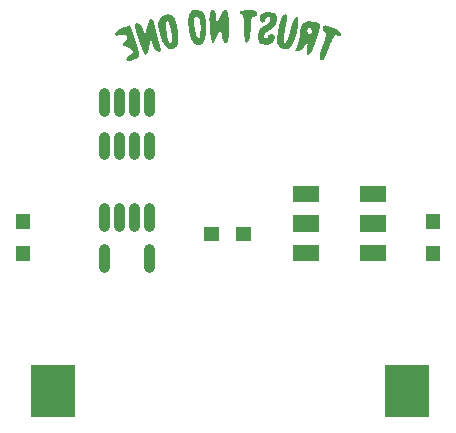
<source format=gbs>
G04 Layer: BottomSolderMaskLayer*
G04 EasyEDA v6.4.7, 2020-11-14T21:45:58--5:00*
G04 4beb7541176d43e18d54f8e2082e3679,79d071017cc24593b82b416037a8e878,10*
G04 Gerber Generator version 0.2*
G04 Scale: 100 percent, Rotated: No, Reflected: No *
G04 Dimensions in millimeters *
G04 leading zeros omitted , absolute positions ,3 integer and 3 decimal *
%FSLAX33Y33*%
%MOMM*%
G90*
D02*

%ADD19C,0.903199*%

%LPD*%

%LPD*%
G36*
G01X25138Y44726D02*
G01X25042Y44726D01*
G01X24942Y44725D01*
G01X24847Y44720D01*
G01X24756Y44712D01*
G01X24671Y44701D01*
G01X24592Y44688D01*
G01X24521Y44673D01*
G01X24458Y44655D01*
G01X24405Y44635D01*
G01X24362Y44614D01*
G01X24331Y44591D01*
G01X24311Y44567D01*
G01X24304Y44542D01*
G01X24318Y44470D01*
G01X24358Y44411D01*
G01X24417Y44372D01*
G01X24489Y44357D01*
G01X24504Y44353D01*
G01X24519Y44342D01*
G01X24534Y44323D01*
G01X24548Y44297D01*
G01X24561Y44265D01*
G01X24575Y44226D01*
G01X24587Y44181D01*
G01X24598Y44129D01*
G01X24610Y44073D01*
G01X24620Y44011D01*
G01X24629Y43944D01*
G01X24638Y43872D01*
G01X24646Y43795D01*
G01X24653Y43714D01*
G01X24659Y43630D01*
G01X24664Y43542D01*
G01X24668Y43450D01*
G01X24671Y43355D01*
G01X24673Y43257D01*
G01X24673Y43157D01*
G01X24674Y43059D01*
G01X24676Y42963D01*
G01X24678Y42869D01*
G01X24682Y42778D01*
G01X24686Y42690D01*
G01X24692Y42606D01*
G01X24698Y42525D01*
G01X24705Y42449D01*
G01X24713Y42376D01*
G01X24722Y42309D01*
G01X24731Y42246D01*
G01X24741Y42188D01*
G01X24751Y42137D01*
G01X24762Y42090D01*
G01X24774Y42051D01*
G01X24786Y42018D01*
G01X24799Y41991D01*
G01X24811Y41972D01*
G01X24824Y41960D01*
G01X24838Y41956D01*
G01X24865Y41958D01*
G01X24890Y41964D01*
G01X24915Y41973D01*
G01X24939Y41986D01*
G01X24962Y42003D01*
G01X24983Y42024D01*
G01X25005Y42048D01*
G01X25025Y42076D01*
G01X25044Y42107D01*
G01X25062Y42142D01*
G01X25080Y42181D01*
G01X25096Y42223D01*
G01X25112Y42269D01*
G01X25127Y42317D01*
G01X25140Y42370D01*
G01X25153Y42426D01*
G01X25164Y42486D01*
G01X25175Y42548D01*
G01X25185Y42615D01*
G01X25194Y42684D01*
G01X25201Y42756D01*
G01X25208Y42833D01*
G01X25214Y42912D01*
G01X25219Y42995D01*
G01X25222Y43080D01*
G01X25225Y43169D01*
G01X25226Y43261D01*
G01X25227Y43356D01*
G01X25228Y43465D01*
G01X25230Y43565D01*
G01X25235Y43655D01*
G01X25242Y43738D01*
G01X25250Y43812D01*
G01X25261Y43879D01*
G01X25274Y43938D01*
G01X25289Y43990D01*
G01X25306Y44035D01*
G01X25326Y44073D01*
G01X25349Y44105D01*
G01X25374Y44129D01*
G01X25402Y44149D01*
G01X25433Y44162D01*
G01X25467Y44170D01*
G01X25504Y44173D01*
G01X25560Y44178D01*
G01X25611Y44194D01*
G01X25658Y44220D01*
G01X25699Y44254D01*
G01X25733Y44295D01*
G01X25759Y44342D01*
G01X25775Y44394D01*
G01X25781Y44450D01*
G01X25778Y44486D01*
G01X25771Y44519D01*
G01X25758Y44550D01*
G01X25740Y44577D01*
G01X25716Y44602D01*
G01X25688Y44625D01*
G01X25652Y44645D01*
G01X25611Y44663D01*
G01X25564Y44679D01*
G01X25510Y44692D01*
G01X25450Y44702D01*
G01X25383Y44712D01*
G01X25309Y44718D01*
G01X25227Y44723D01*
G01X25138Y44726D01*
G37*

%LPD*%
G36*
G01X23111Y44745D02*
G01X23092Y44746D01*
G01X23071Y44744D01*
G01X23051Y44738D01*
G01X23029Y44729D01*
G01X23007Y44717D01*
G01X22984Y44701D01*
G01X22961Y44682D01*
G01X22937Y44660D01*
G01X22912Y44634D01*
G01X22886Y44605D01*
G01X22860Y44572D01*
G01X22834Y44536D01*
G01X22806Y44497D01*
G01X22778Y44454D01*
G01X22749Y44408D01*
G01X22720Y44359D01*
G01X22690Y44306D01*
G01X22659Y44249D01*
G01X22628Y44189D01*
G01X22596Y44126D01*
G01X22298Y43526D01*
G01X22286Y44126D01*
G01X22282Y44223D01*
G01X22275Y44311D01*
G01X22264Y44391D01*
G01X22249Y44462D01*
G01X22231Y44525D01*
G01X22209Y44579D01*
G01X22183Y44624D01*
G01X22153Y44661D01*
G01X22120Y44690D01*
G01X22083Y44710D01*
G01X22042Y44722D01*
G01X21997Y44726D01*
G01X21966Y44725D01*
G01X21937Y44720D01*
G01X21912Y44711D01*
G01X21887Y44697D01*
G01X21865Y44680D01*
G01X21845Y44658D01*
G01X21826Y44632D01*
G01X21810Y44600D01*
G01X21795Y44564D01*
G01X21783Y44522D01*
G01X21771Y44474D01*
G01X21762Y44421D01*
G01X21754Y44362D01*
G01X21748Y44296D01*
G01X21743Y44223D01*
G01X21740Y44145D01*
G01X21738Y44059D01*
G01X21737Y43965D01*
G01X21737Y43865D01*
G01X21739Y43757D01*
G01X21740Y43690D01*
G01X21742Y43621D01*
G01X21745Y43553D01*
G01X21752Y43414D01*
G01X21756Y43344D01*
G01X21761Y43274D01*
G01X21766Y43205D01*
G01X21772Y43136D01*
G01X21777Y43069D01*
G01X21784Y43002D01*
G01X21791Y42936D01*
G01X21798Y42872D01*
G01X21805Y42810D01*
G01X21813Y42749D01*
G01X21821Y42691D01*
G01X21828Y42635D01*
G01X21837Y42581D01*
G01X21845Y42530D01*
G01X21854Y42483D01*
G01X21863Y42438D01*
G01X21871Y42397D01*
G01X21881Y42359D01*
G01X21890Y42326D01*
G01X22022Y41864D01*
G01X22378Y42510D01*
G01X22735Y43157D01*
G01X22793Y42556D01*
G01X22804Y42466D01*
G01X22818Y42383D01*
G01X22836Y42306D01*
G01X22856Y42236D01*
G01X22880Y42173D01*
G01X22906Y42117D01*
G01X22936Y42069D01*
G01X22967Y42029D01*
G01X23002Y41997D01*
G01X23038Y41975D01*
G01X23076Y41961D01*
G01X23116Y41956D01*
G01X23141Y41958D01*
G01X23165Y41963D01*
G01X23187Y41971D01*
G01X23207Y41984D01*
G01X23227Y42000D01*
G01X23245Y42021D01*
G01X23261Y42046D01*
G01X23277Y42075D01*
G01X23291Y42109D01*
G01X23304Y42149D01*
G01X23316Y42193D01*
G01X23326Y42243D01*
G01X23336Y42299D01*
G01X23345Y42361D01*
G01X23352Y42428D01*
G01X23358Y42502D01*
G01X23364Y42582D01*
G01X23369Y42669D01*
G01X23373Y42762D01*
G01X23376Y42864D01*
G01X23378Y42971D01*
G01X23380Y43087D01*
G01X23381Y43210D01*
G01X23381Y43437D01*
G01X23380Y43529D01*
G01X23378Y43617D01*
G01X23376Y43703D01*
G01X23373Y43785D01*
G01X23369Y43864D01*
G01X23364Y43939D01*
G01X23359Y44011D01*
G01X23353Y44080D01*
G01X23347Y44145D01*
G01X23339Y44207D01*
G01X23331Y44266D01*
G01X23323Y44320D01*
G01X23313Y44372D01*
G01X23303Y44421D01*
G01X23292Y44466D01*
G01X23281Y44508D01*
G01X23269Y44546D01*
G01X23256Y44581D01*
G01X23243Y44613D01*
G01X23229Y44641D01*
G01X23214Y44666D01*
G01X23198Y44688D01*
G01X23182Y44706D01*
G01X23165Y44720D01*
G01X23148Y44732D01*
G01X23130Y44740D01*
G01X23111Y44745D01*
G37*

%LPD*%
G36*
G01X26739Y44541D02*
G01X26666Y44542D01*
G01X26596Y44539D01*
G01X26529Y44533D01*
G01X26465Y44522D01*
G01X26404Y44507D01*
G01X26346Y44489D01*
G01X26292Y44467D01*
G01X26242Y44442D01*
G01X26195Y44414D01*
G01X26153Y44383D01*
G01X26115Y44350D01*
G01X26081Y44315D01*
G01X26052Y44277D01*
G01X26027Y44238D01*
G01X26008Y44198D01*
G01X25993Y44155D01*
G01X25984Y44112D01*
G01X25980Y44069D01*
G01X25982Y44024D01*
G01X25989Y43980D01*
G01X26003Y43935D01*
G01X26022Y43890D01*
G01X26048Y43846D01*
G01X26080Y43802D01*
G01X26119Y43760D01*
G01X26172Y43713D01*
G01X26219Y43682D01*
G01X26263Y43669D01*
G01X26303Y43673D01*
G01X26340Y43694D01*
G01X26374Y43733D01*
G01X26408Y43790D01*
G01X26440Y43864D01*
G01X26469Y43931D01*
G01X26501Y43990D01*
G01X26535Y44040D01*
G01X26571Y44082D01*
G01X26608Y44115D01*
G01X26646Y44140D01*
G01X26683Y44156D01*
G01X26718Y44163D01*
G01X26753Y44162D01*
G01X26784Y44153D01*
G01X26813Y44134D01*
G01X26838Y44106D01*
G01X26859Y44070D01*
G01X26875Y44024D01*
G01X26884Y43969D01*
G01X26888Y43905D01*
G01X26883Y43867D01*
G01X26870Y43826D01*
G01X26848Y43782D01*
G01X26818Y43738D01*
G01X26782Y43692D01*
G01X26739Y43645D01*
G01X26690Y43600D01*
G01X26636Y43554D01*
G01X26578Y43511D01*
G01X26515Y43469D01*
G01X26449Y43430D01*
G01X26380Y43395D01*
G01X26321Y43366D01*
G01X26267Y43336D01*
G01X26216Y43307D01*
G01X26170Y43277D01*
G01X26128Y43247D01*
G01X26090Y43215D01*
G01X26055Y43182D01*
G01X26024Y43147D01*
G01X25997Y43111D01*
G01X25973Y43073D01*
G01X25952Y43032D01*
G01X25933Y42988D01*
G01X25918Y42942D01*
G01X25905Y42891D01*
G01X25894Y42838D01*
G01X25886Y42781D01*
G01X25880Y42719D01*
G01X25876Y42654D01*
G01X25873Y42583D01*
G01X25873Y42426D01*
G01X25875Y42350D01*
G01X25878Y42282D01*
G01X25883Y42219D01*
G01X25889Y42164D01*
G01X25898Y42113D01*
G01X25910Y42068D01*
G01X25924Y42028D01*
G01X25941Y41992D01*
G01X25961Y41961D01*
G01X25986Y41933D01*
G01X26014Y41910D01*
G01X26046Y41889D01*
G01X26082Y41871D01*
G01X26123Y41855D01*
G01X26169Y41842D01*
G01X26219Y41830D01*
G01X26276Y41820D01*
G01X26338Y41811D01*
G01X26406Y41803D01*
G01X26471Y41797D01*
G01X26533Y41794D01*
G01X26593Y41795D01*
G01X26650Y41798D01*
G01X26706Y41805D01*
G01X26758Y41815D01*
G01X26809Y41827D01*
G01X26857Y41843D01*
G01X26903Y41861D01*
G01X26946Y41883D01*
G01X26986Y41907D01*
G01X27024Y41934D01*
G01X27059Y41964D01*
G01X27092Y41996D01*
G01X27121Y42031D01*
G01X27148Y42070D01*
G01X27172Y42110D01*
G01X27193Y42153D01*
G01X27211Y42199D01*
G01X27226Y42247D01*
G01X27237Y42298D01*
G01X27246Y42350D01*
G01X27252Y42406D01*
G01X27254Y42464D01*
G01X27249Y42510D01*
G01X27233Y42554D01*
G01X27208Y42593D01*
G01X27175Y42627D01*
G01X27134Y42655D01*
G01X27088Y42677D01*
G01X27036Y42690D01*
G01X26980Y42695D01*
G01X26925Y42691D01*
G01X26873Y42680D01*
G01X26825Y42663D01*
G01X26785Y42641D01*
G01X26751Y42613D01*
G01X26725Y42582D01*
G01X26709Y42547D01*
G01X26703Y42510D01*
G01X26689Y42438D01*
G01X26649Y42380D01*
G01X26590Y42340D01*
G01X26519Y42326D01*
G01X26473Y42328D01*
G01X26435Y42335D01*
G01X26402Y42346D01*
G01X26375Y42362D01*
G01X26355Y42381D01*
G01X26339Y42404D01*
G01X26330Y42431D01*
G01X26326Y42460D01*
G01X26327Y42492D01*
G01X26333Y42526D01*
G01X26344Y42562D01*
G01X26361Y42600D01*
G01X26381Y42641D01*
G01X26407Y42682D01*
G01X26437Y42724D01*
G01X26472Y42766D01*
G01X26510Y42810D01*
G01X26553Y42853D01*
G01X26600Y42897D01*
G01X26651Y42940D01*
G01X26705Y42982D01*
G01X26763Y43023D01*
G01X26824Y43063D01*
G01X26944Y43135D01*
G01X26997Y43172D01*
G01X27047Y43211D01*
G01X27096Y43252D01*
G01X27141Y43296D01*
G01X27184Y43342D01*
G01X27224Y43389D01*
G01X27261Y43438D01*
G01X27295Y43488D01*
G01X27327Y43539D01*
G01X27355Y43591D01*
G01X27381Y43644D01*
G01X27403Y43698D01*
G01X27422Y43752D01*
G01X27438Y43805D01*
G01X27451Y43859D01*
G01X27460Y43913D01*
G01X27466Y43965D01*
G01X27468Y44018D01*
G01X27467Y44069D01*
G01X27461Y44119D01*
G01X27453Y44168D01*
G01X27441Y44214D01*
G01X27424Y44260D01*
G01X27404Y44303D01*
G01X27379Y44344D01*
G01X27351Y44382D01*
G01X27318Y44419D01*
G01X27297Y44435D01*
G01X27267Y44452D01*
G01X27229Y44467D01*
G01X27184Y44480D01*
G01X27133Y44494D01*
G01X27076Y44506D01*
G01X27015Y44516D01*
G01X26950Y44525D01*
G01X26882Y44532D01*
G01X26811Y44537D01*
G01X26739Y44541D01*
G37*

%LPD*%
G36*
G01X20614Y44758D02*
G01X20574Y44760D01*
G01X20536Y44759D01*
G01X20498Y44756D01*
G01X20462Y44751D01*
G01X20427Y44744D01*
G01X20393Y44733D01*
G01X20361Y44721D01*
G01X20329Y44707D01*
G01X20298Y44690D01*
G01X20269Y44671D01*
G01X20241Y44650D01*
G01X20214Y44626D01*
G01X20188Y44600D01*
G01X20163Y44572D01*
G01X20140Y44542D01*
G01X20118Y44510D01*
G01X20097Y44476D01*
G01X20077Y44439D01*
G01X20059Y44401D01*
G01X20042Y44360D01*
G01X20026Y44317D01*
G01X20012Y44273D01*
G01X19998Y44226D01*
G01X19987Y44177D01*
G01X19977Y44126D01*
G01X19967Y44073D01*
G01X19960Y44018D01*
G01X19954Y43961D01*
G01X19949Y43903D01*
G01X19946Y43842D01*
G01X19944Y43779D01*
G01X19943Y43715D01*
G01X19944Y43648D01*
G01X19946Y43580D01*
G01X19950Y43510D01*
G01X19955Y43438D01*
G01X19962Y43364D01*
G01X19971Y43288D01*
G01X19981Y43210D01*
G01X19992Y43131D01*
G01X20006Y43045D01*
G01X20020Y42962D01*
G01X20036Y42882D01*
G01X20052Y42804D01*
G01X20069Y42729D01*
G01X20086Y42657D01*
G01X20105Y42588D01*
G01X20124Y42521D01*
G01X20144Y42457D01*
G01X20165Y42396D01*
G01X20187Y42338D01*
G01X20209Y42282D01*
G01X20232Y42230D01*
G01X20256Y42180D01*
G01X20281Y42133D01*
G01X20306Y42088D01*
G01X20332Y42047D01*
G01X20359Y42009D01*
G01X20387Y41972D01*
G01X20414Y41940D01*
G01X20443Y41910D01*
G01X20473Y41883D01*
G01X20503Y41858D01*
G01X20534Y41837D01*
G01X20566Y41818D01*
G01X20598Y41802D01*
G01X20631Y41790D01*
G01X20665Y41779D01*
G01X20700Y41772D01*
G01X20735Y41768D01*
G01X20771Y41767D01*
G01X20807Y41769D01*
G01X20844Y41773D01*
G01X20881Y41780D01*
G01X20920Y41791D01*
G01X20959Y41804D01*
G01X20998Y41821D01*
G01X21038Y41840D01*
G01X21079Y41862D01*
G01X21121Y41887D01*
G01X21147Y41907D01*
G01X21172Y41931D01*
G01X21197Y41960D01*
G01X21220Y41992D01*
G01X21242Y42029D01*
G01X21263Y42070D01*
G01X21283Y42114D01*
G01X21302Y42161D01*
G01X21320Y42212D01*
G01X21338Y42266D01*
G01X21353Y42323D01*
G01X21368Y42381D01*
G01X21382Y42443D01*
G01X21394Y42507D01*
G01X21406Y42572D01*
G01X21417Y42640D01*
G01X21426Y42709D01*
G01X21435Y42780D01*
G01X21442Y42851D01*
G01X21448Y42924D01*
G01X21453Y42997D01*
G01X21457Y43071D01*
G01X21460Y43146D01*
G01X21462Y43221D01*
G01X21463Y43295D01*
G01X21462Y43369D01*
G01X21460Y43444D01*
G01X21458Y43517D01*
G01X21454Y43589D01*
G01X21449Y43661D01*
G01X21443Y43731D01*
G01X21436Y43800D01*
G01X21427Y43867D01*
G01X21418Y43933D01*
G01X21408Y43996D01*
G01X21396Y44058D01*
G01X21383Y44117D01*
G01X21369Y44173D01*
G01X21354Y44226D01*
G01X21338Y44277D01*
G01X21320Y44324D01*
G01X21301Y44368D01*
G01X21282Y44408D01*
G01X21260Y44444D01*
G01X21238Y44476D01*
G01X21215Y44504D01*
G01X21190Y44528D01*
G01X21165Y44547D01*
G01X21114Y44579D01*
G01X21063Y44607D01*
G01X21014Y44633D01*
G01X20966Y44657D01*
G01X20918Y44679D01*
G01X20872Y44697D01*
G01X20826Y44714D01*
G01X20782Y44727D01*
G01X20738Y44739D01*
G01X20695Y44748D01*
G01X20654Y44754D01*
G01X20614Y44758D01*
G37*

%LPC*%
G36*
G01X20658Y44169D02*
G01X20622Y44171D01*
G01X20589Y44166D01*
G01X20558Y44154D01*
G01X20530Y44136D01*
G01X20504Y44110D01*
G01X20482Y44078D01*
G01X20464Y44040D01*
G01X20449Y43996D01*
G01X20437Y43945D01*
G01X20431Y43889D01*
G01X20429Y43826D01*
G01X20429Y43758D01*
G01X20432Y43688D01*
G01X20436Y43617D01*
G01X20441Y43545D01*
G01X20449Y43473D01*
G01X20457Y43399D01*
G01X20467Y43326D01*
G01X20477Y43254D01*
G01X20489Y43182D01*
G01X20502Y43110D01*
G01X20516Y43040D01*
G01X20531Y42972D01*
G01X20547Y42905D01*
G01X20563Y42840D01*
G01X20580Y42778D01*
G01X20597Y42718D01*
G01X20615Y42662D01*
G01X20633Y42609D01*
G01X20652Y42559D01*
G01X20671Y42513D01*
G01X20690Y42471D01*
G01X20709Y42435D01*
G01X20728Y42403D01*
G01X20747Y42376D01*
G01X20766Y42354D01*
G01X20785Y42338D01*
G01X20803Y42329D01*
G01X20821Y42326D01*
G01X20838Y42330D01*
G01X20854Y42343D01*
G01X20869Y42364D01*
G01X20883Y42392D01*
G01X20897Y42427D01*
G01X20909Y42469D01*
G01X20921Y42516D01*
G01X20932Y42569D01*
G01X20941Y42627D01*
G01X20949Y42688D01*
G01X20957Y42754D01*
G01X20964Y42822D01*
G01X20969Y42894D01*
G01X20973Y42967D01*
G01X20977Y43042D01*
G01X20979Y43119D01*
G01X20980Y43195D01*
G01X20980Y43272D01*
G01X20979Y43348D01*
G01X20977Y43423D01*
G01X20974Y43497D01*
G01X20969Y43568D01*
G01X20964Y43637D01*
G01X20957Y43703D01*
G01X20949Y43765D01*
G01X20940Y43822D01*
G01X20929Y43875D01*
G01X20918Y43923D01*
G01X20905Y43964D01*
G01X20891Y44000D01*
G01X20876Y44028D01*
G01X20859Y44049D01*
G01X20816Y44088D01*
G01X20775Y44120D01*
G01X20735Y44144D01*
G01X20695Y44160D01*
G01X20658Y44169D01*
G37*

%LPD*%
G36*
G01X18241Y44367D02*
G01X18197Y44367D01*
G01X18151Y44364D01*
G01X18107Y44358D01*
G01X18062Y44349D01*
G01X18018Y44338D01*
G01X17975Y44324D01*
G01X17931Y44307D01*
G01X17889Y44288D01*
G01X17848Y44267D01*
G01X17807Y44243D01*
G01X17768Y44217D01*
G01X17729Y44189D01*
G01X17693Y44159D01*
G01X17657Y44127D01*
G01X17623Y44092D01*
G01X17591Y44056D01*
G01X17561Y44018D01*
G01X17532Y43979D01*
G01X17506Y43937D01*
G01X17481Y43894D01*
G01X17459Y43850D01*
G01X17440Y43804D01*
G01X17422Y43757D01*
G01X17408Y43708D01*
G01X17396Y43659D01*
G01X17387Y43608D01*
G01X17381Y43555D01*
G01X17378Y43503D01*
G01X17378Y43449D01*
G01X17382Y43394D01*
G01X17389Y43338D01*
G01X17400Y43282D01*
G01X17421Y43187D01*
G01X17443Y43095D01*
G01X17465Y43005D01*
G01X17486Y42917D01*
G01X17509Y42833D01*
G01X17532Y42750D01*
G01X17554Y42670D01*
G01X17577Y42593D01*
G01X17601Y42518D01*
G01X17625Y42445D01*
G01X17648Y42375D01*
G01X17673Y42308D01*
G01X17697Y42243D01*
G01X17722Y42180D01*
G01X17747Y42120D01*
G01X17772Y42063D01*
G01X17798Y42008D01*
G01X17824Y41955D01*
G01X17850Y41905D01*
G01X17877Y41857D01*
G01X17903Y41811D01*
G01X17930Y41769D01*
G01X17957Y41728D01*
G01X17985Y41691D01*
G01X18013Y41655D01*
G01X18042Y41622D01*
G01X18070Y41591D01*
G01X18099Y41563D01*
G01X18128Y41537D01*
G01X18157Y41514D01*
G01X18187Y41493D01*
G01X18217Y41475D01*
G01X18248Y41458D01*
G01X18278Y41445D01*
G01X18310Y41434D01*
G01X18341Y41425D01*
G01X18373Y41418D01*
G01X18405Y41415D01*
G01X18437Y41413D01*
G01X18470Y41414D01*
G01X18503Y41417D01*
G01X18536Y41423D01*
G01X18570Y41431D01*
G01X18604Y41441D01*
G01X18639Y41454D01*
G01X18674Y41470D01*
G01X18709Y41487D01*
G01X18744Y41507D01*
G01X18780Y41530D01*
G01X18816Y41554D01*
G01X18852Y41582D01*
G01X18889Y41611D01*
G01X18922Y41640D01*
G01X18952Y41671D01*
G01X18979Y41703D01*
G01X19003Y41737D01*
G01X19025Y41774D01*
G01X19044Y41814D01*
G01X19061Y41857D01*
G01X19074Y41904D01*
G01X19086Y41954D01*
G01X19095Y42009D01*
G01X19101Y42068D01*
G01X19105Y42132D01*
G01X19107Y42201D01*
G01X19107Y42276D01*
G01X19104Y42357D01*
G01X19099Y42444D01*
G01X19093Y42537D01*
G01X19084Y42638D01*
G01X19072Y42746D01*
G01X19060Y42861D01*
G01X19049Y42944D01*
G01X19038Y43028D01*
G01X19012Y43192D01*
G01X18998Y43272D01*
G01X18982Y43351D01*
G01X18967Y43428D01*
G01X18950Y43504D01*
G01X18934Y43576D01*
G01X18916Y43646D01*
G01X18899Y43712D01*
G01X18881Y43775D01*
G01X18863Y43834D01*
G01X18845Y43890D01*
G01X18827Y43940D01*
G01X18809Y43986D01*
G01X18791Y44026D01*
G01X18774Y44061D01*
G01X18756Y44091D01*
G01X18739Y44114D01*
G01X18704Y44155D01*
G01X18666Y44191D01*
G01X18627Y44224D01*
G01X18587Y44254D01*
G01X18547Y44280D01*
G01X18505Y44302D01*
G01X18462Y44321D01*
G01X18419Y44337D01*
G01X18375Y44349D01*
G01X18331Y44358D01*
G01X18286Y44364D01*
G01X18241Y44367D01*
G37*

%LPC*%
G36*
G01X18198Y43798D02*
G01X18177Y43803D01*
G01X18154Y43800D01*
G01X18134Y43789D01*
G01X18115Y43772D01*
G01X18099Y43748D01*
G01X18086Y43717D01*
G01X18075Y43679D01*
G01X18066Y43635D01*
G01X18059Y43584D01*
G01X18056Y43526D01*
G01X18054Y43462D01*
G01X18055Y43391D01*
G01X18059Y43314D01*
G01X18065Y43230D01*
G01X18073Y43140D01*
G01X18084Y43043D01*
G01X18098Y42940D01*
G01X18113Y42832D01*
G01X18127Y42729D01*
G01X18143Y42634D01*
G01X18157Y42546D01*
G01X18172Y42463D01*
G01X18187Y42388D01*
G01X18202Y42319D01*
G01X18217Y42256D01*
G01X18232Y42199D01*
G01X18247Y42149D01*
G01X18263Y42104D01*
G01X18279Y42065D01*
G01X18296Y42031D01*
G01X18312Y42004D01*
G01X18329Y41982D01*
G01X18347Y41965D01*
G01X18365Y41953D01*
G01X18384Y41947D01*
G01X18404Y41945D01*
G01X18424Y41949D01*
G01X18445Y41957D01*
G01X18467Y41970D01*
G01X18489Y41987D01*
G01X18513Y42009D01*
G01X18529Y42030D01*
G01X18542Y42059D01*
G01X18552Y42096D01*
G01X18560Y42139D01*
G01X18566Y42188D01*
G01X18569Y42243D01*
G01X18570Y42303D01*
G01X18569Y42367D01*
G01X18565Y42435D01*
G01X18560Y42507D01*
G01X18554Y42581D01*
G01X18545Y42658D01*
G01X18535Y42736D01*
G01X18523Y42815D01*
G01X18510Y42895D01*
G01X18496Y42975D01*
G01X18481Y43055D01*
G01X18464Y43133D01*
G01X18447Y43209D01*
G01X18428Y43284D01*
G01X18409Y43356D01*
G01X18389Y43424D01*
G01X18369Y43488D01*
G01X18348Y43549D01*
G01X18327Y43604D01*
G01X18305Y43653D01*
G01X18283Y43697D01*
G01X18262Y43734D01*
G01X18241Y43763D01*
G01X18219Y43785D01*
G01X18198Y43798D01*
G37*

%LPD*%
G36*
G01X28190Y44351D02*
G01X28123Y44357D01*
G01X28094Y44355D01*
G01X28067Y44348D01*
G01X28040Y44336D01*
G01X28013Y44320D01*
G01X27987Y44299D01*
G01X27961Y44274D01*
G01X27935Y44244D01*
G01X27910Y44209D01*
G01X27886Y44170D01*
G01X27861Y44125D01*
G01X27838Y44077D01*
G01X27815Y44023D01*
G01X27791Y43965D01*
G01X27769Y43902D01*
G01X27746Y43834D01*
G01X27725Y43762D01*
G01X27703Y43684D01*
G01X27682Y43603D01*
G01X27662Y43516D01*
G01X27641Y43424D01*
G01X27617Y43312D01*
G01X27595Y43203D01*
G01X27574Y43101D01*
G01X27555Y43002D01*
G01X27538Y42909D01*
G01X27522Y42820D01*
G01X27508Y42736D01*
G01X27496Y42655D01*
G01X27484Y42579D01*
G01X27475Y42506D01*
G01X27468Y42438D01*
G01X27462Y42373D01*
G01X27458Y42311D01*
G01X27456Y42253D01*
G01X27455Y42198D01*
G01X27456Y42146D01*
G01X27459Y42097D01*
G01X27463Y42050D01*
G01X27470Y42007D01*
G01X27477Y41965D01*
G01X27487Y41925D01*
G01X27499Y41888D01*
G01X27511Y41853D01*
G01X27526Y41819D01*
G01X27543Y41787D01*
G01X27562Y41756D01*
G01X27582Y41727D01*
G01X27604Y41699D01*
G01X27628Y41671D01*
G01X27653Y41645D01*
G01X27680Y41619D01*
G01X27709Y41594D01*
G01X27748Y41563D01*
G01X27787Y41535D01*
G01X27825Y41509D01*
G01X27864Y41486D01*
G01X27901Y41466D01*
G01X27939Y41449D01*
G01X27977Y41434D01*
G01X28014Y41421D01*
G01X28051Y41412D01*
G01X28087Y41405D01*
G01X28123Y41400D01*
G01X28159Y41399D01*
G01X28195Y41399D01*
G01X28230Y41403D01*
G01X28265Y41409D01*
G01X28299Y41418D01*
G01X28333Y41428D01*
G01X28367Y41442D01*
G01X28400Y41458D01*
G01X28433Y41477D01*
G01X28466Y41498D01*
G01X28498Y41521D01*
G01X28529Y41548D01*
G01X28560Y41576D01*
G01X28591Y41607D01*
G01X28621Y41640D01*
G01X28651Y41676D01*
G01X28680Y41714D01*
G01X28709Y41755D01*
G01X28737Y41798D01*
G01X28764Y41843D01*
G01X28792Y41891D01*
G01X28818Y41940D01*
G01X28844Y41993D01*
G01X28870Y42048D01*
G01X28895Y42105D01*
G01X28919Y42164D01*
G01X28942Y42225D01*
G01X28965Y42289D01*
G01X28988Y42355D01*
G01X29009Y42424D01*
G01X29031Y42494D01*
G01X29051Y42567D01*
G01X29071Y42642D01*
G01X29090Y42719D01*
G01X29108Y42798D01*
G01X29126Y42879D01*
G01X29143Y42963D01*
G01X29159Y43049D01*
G01X29175Y43137D01*
G01X29190Y43227D01*
G01X29204Y43319D01*
G01X29214Y43392D01*
G01X29223Y43462D01*
G01X29230Y43528D01*
G01X29236Y43591D01*
G01X29241Y43651D01*
G01X29244Y43707D01*
G01X29246Y43760D01*
G01X29247Y43810D01*
G01X29247Y43857D01*
G01X29245Y43900D01*
G01X29243Y43940D01*
G01X29238Y43977D01*
G01X29234Y44010D01*
G01X29228Y44041D01*
G01X29221Y44067D01*
G01X29213Y44092D01*
G01X29204Y44113D01*
G01X29194Y44130D01*
G01X29184Y44145D01*
G01X29172Y44157D01*
G01X29160Y44165D01*
G01X29148Y44171D01*
G01X29134Y44173D01*
G01X29120Y44173D01*
G01X29104Y44169D01*
G01X29089Y44162D01*
G01X29072Y44153D01*
G01X29056Y44141D01*
G01X29038Y44125D01*
G01X29021Y44107D01*
G01X29003Y44086D01*
G01X28984Y44062D01*
G01X28965Y44035D01*
G01X28946Y44005D01*
G01X28926Y43972D01*
G01X28906Y43937D01*
G01X28886Y43899D01*
G01X28866Y43858D01*
G01X28845Y43815D01*
G01X28825Y43768D01*
G01X28804Y43719D01*
G01X28783Y43667D01*
G01X28762Y43613D01*
G01X28742Y43555D01*
G01X28721Y43495D01*
G01X28700Y43433D01*
G01X28680Y43368D01*
G01X28659Y43300D01*
G01X28639Y43230D01*
G01X28619Y43158D01*
G01X28599Y43082D01*
G01X28580Y43004D01*
G01X28559Y42921D01*
G01X28538Y42842D01*
G01X28517Y42766D01*
G01X28496Y42693D01*
G01X28474Y42623D01*
G01X28453Y42557D01*
G01X28432Y42494D01*
G01X28410Y42434D01*
G01X28389Y42378D01*
G01X28368Y42325D01*
G01X28347Y42275D01*
G01X28327Y42230D01*
G01X28306Y42187D01*
G01X28286Y42148D01*
G01X28266Y42113D01*
G01X28247Y42081D01*
G01X28228Y42053D01*
G01X28210Y42028D01*
G01X28192Y42008D01*
G01X28175Y41990D01*
G01X28159Y41977D01*
G01X28143Y41967D01*
G01X28128Y41961D01*
G01X28114Y41958D01*
G01X28101Y41960D01*
G01X28088Y41965D01*
G01X28077Y41974D01*
G01X28067Y41987D01*
G01X28057Y42004D01*
G01X28049Y42025D01*
G01X28041Y42050D01*
G01X28036Y42078D01*
G01X28030Y42111D01*
G01X28027Y42148D01*
G01X28025Y42188D01*
G01X28024Y42234D01*
G01X28025Y42282D01*
G01X28027Y42335D01*
G01X28030Y42393D01*
G01X28036Y42454D01*
G01X28042Y42519D01*
G01X28051Y42589D01*
G01X28061Y42663D01*
G01X28073Y42741D01*
G01X28083Y42807D01*
G01X28094Y42873D01*
G01X28106Y42941D01*
G01X28129Y43078D01*
G01X28141Y43147D01*
G01X28154Y43216D01*
G01X28166Y43284D01*
G01X28179Y43352D01*
G01X28191Y43418D01*
G01X28204Y43482D01*
G01X28216Y43545D01*
G01X28228Y43605D01*
G01X28239Y43663D01*
G01X28251Y43718D01*
G01X28262Y43770D01*
G01X28272Y43819D01*
G01X28282Y43864D01*
G01X28292Y43905D01*
G01X28301Y43942D01*
G01X28323Y44044D01*
G01X28332Y44131D01*
G01X28329Y44203D01*
G01X28314Y44260D01*
G01X28286Y44303D01*
G01X28245Y44334D01*
G01X28190Y44351D01*
G37*

%LPD*%
G36*
G01X16831Y43988D02*
G01X16806Y43988D01*
G01X16780Y43981D01*
G01X16754Y43969D01*
G01X16728Y43950D01*
G01X16703Y43926D01*
G01X16677Y43896D01*
G01X16651Y43860D01*
G01X16626Y43819D01*
G01X16601Y43772D01*
G01X16578Y43719D01*
G01X16554Y43662D01*
G01X16532Y43599D01*
G01X16511Y43530D01*
G01X16490Y43457D01*
G01X16470Y43379D01*
G01X16452Y43295D01*
G01X16311Y42602D01*
G01X16119Y43110D01*
G01X16093Y43173D01*
G01X16065Y43233D01*
G01X16035Y43288D01*
G01X16002Y43340D01*
G01X15967Y43388D01*
G01X15932Y43432D01*
G01X15895Y43472D01*
G01X15858Y43507D01*
G01X15821Y43538D01*
G01X15783Y43564D01*
G01X15746Y43585D01*
G01X15709Y43602D01*
G01X15674Y43614D01*
G01X15640Y43621D01*
G01X15607Y43622D01*
G01X15577Y43618D01*
G01X15549Y43609D01*
G01X15523Y43594D01*
G01X15501Y43573D01*
G01X15482Y43546D01*
G01X15467Y43513D01*
G01X15455Y43474D01*
G01X15448Y43429D01*
G01X15446Y43377D01*
G01X15447Y43343D01*
G01X15450Y43304D01*
G01X15456Y43261D01*
G01X15464Y43213D01*
G01X15474Y43162D01*
G01X15485Y43107D01*
G01X15499Y43048D01*
G01X15514Y42987D01*
G01X15531Y42923D01*
G01X15549Y42856D01*
G01X15569Y42787D01*
G01X15590Y42716D01*
G01X15612Y42643D01*
G01X15635Y42568D01*
G01X15660Y42492D01*
G01X15685Y42415D01*
G01X15711Y42338D01*
G01X15765Y42182D01*
G01X15793Y42104D01*
G01X15822Y42026D01*
G01X15850Y41949D01*
G01X15879Y41872D01*
G01X15908Y41797D01*
G01X15966Y41651D01*
G01X15995Y41581D01*
G01X16023Y41513D01*
G01X16052Y41448D01*
G01X16079Y41385D01*
G01X16107Y41325D01*
G01X16133Y41268D01*
G01X16158Y41215D01*
G01X16183Y41165D01*
G01X16207Y41120D01*
G01X16230Y41079D01*
G01X16251Y41042D01*
G01X16272Y41010D01*
G01X16291Y40984D01*
G01X16308Y40963D01*
G01X16324Y40947D01*
G01X16338Y40937D01*
G01X16351Y40933D01*
G01X16362Y40936D01*
G01X16382Y40953D01*
G01X16404Y40981D01*
G01X16428Y41018D01*
G01X16452Y41064D01*
G01X16477Y41117D01*
G01X16502Y41176D01*
G01X16527Y41242D01*
G01X16552Y41313D01*
G01X16576Y41387D01*
G01X16598Y41466D01*
G01X16619Y41546D01*
G01X16639Y41629D01*
G01X16772Y42233D01*
G01X16955Y41725D01*
G01X16977Y41667D01*
G01X17003Y41612D01*
G01X17031Y41560D01*
G01X17061Y41511D01*
G01X17093Y41466D01*
G01X17126Y41423D01*
G01X17161Y41385D01*
G01X17196Y41350D01*
G01X17232Y41318D01*
G01X17268Y41291D01*
G01X17304Y41267D01*
G01X17339Y41247D01*
G01X17374Y41231D01*
G01X17407Y41220D01*
G01X17440Y41212D01*
G01X17470Y41209D01*
G01X17499Y41210D01*
G01X17525Y41216D01*
G01X17548Y41226D01*
G01X17569Y41241D01*
G01X17586Y41261D01*
G01X17601Y41286D01*
G01X17610Y41315D01*
G01X17616Y41350D01*
G01X17617Y41390D01*
G01X17614Y41435D01*
G01X17605Y41485D01*
G01X17592Y41541D01*
G01X17583Y41570D01*
G01X17573Y41604D01*
G01X17563Y41642D01*
G01X17551Y41685D01*
G01X17539Y41732D01*
G01X17526Y41782D01*
G01X17511Y41835D01*
G01X17497Y41892D01*
G01X17481Y41951D01*
G01X17465Y42013D01*
G01X17449Y42077D01*
G01X17432Y42142D01*
G01X17415Y42209D01*
G01X17397Y42277D01*
G01X17380Y42347D01*
G01X17362Y42416D01*
G01X17345Y42486D01*
G01X17327Y42556D01*
G01X17310Y42626D01*
G01X17293Y42695D01*
G01X17250Y42867D01*
G01X17229Y42952D01*
G01X17207Y43036D01*
G01X17186Y43118D01*
G01X17165Y43198D01*
G01X17146Y43276D01*
G01X17126Y43350D01*
G01X17107Y43420D01*
G01X17089Y43486D01*
G01X17072Y43546D01*
G01X17057Y43602D01*
G01X17043Y43651D01*
G01X17031Y43694D01*
G01X17020Y43729D01*
G01X17011Y43757D01*
G01X16992Y43809D01*
G01X16971Y43855D01*
G01X16950Y43893D01*
G01X16928Y43925D01*
G01X16904Y43951D01*
G01X16880Y43969D01*
G01X16856Y43982D01*
G01X16831Y43988D01*
G37*

%LPD*%
G36*
G01X30236Y43774D02*
G01X30176Y43775D01*
G01X30119Y43773D01*
G01X30064Y43770D01*
G01X30012Y43763D01*
G01X29962Y43754D01*
G01X29915Y43742D01*
G01X29870Y43728D01*
G01X29827Y43711D01*
G01X29787Y43692D01*
G01X29748Y43669D01*
G01X29712Y43644D01*
G01X29679Y43615D01*
G01X29647Y43585D01*
G01X29617Y43551D01*
G01X29590Y43514D01*
G01X29564Y43475D01*
G01X29540Y43432D01*
G01X29518Y43387D01*
G01X29499Y43339D01*
G01X29480Y43287D01*
G01X29464Y43233D01*
G01X29450Y43175D01*
G01X29437Y43115D01*
G01X29425Y43051D01*
G01X29416Y42984D01*
G01X29408Y42915D01*
G01X29401Y42842D01*
G01X29396Y42765D01*
G01X29392Y42705D01*
G01X29387Y42644D01*
G01X29380Y42582D01*
G01X29372Y42518D01*
G01X29363Y42454D01*
G01X29353Y42390D01*
G01X29342Y42326D01*
G01X29329Y42262D01*
G01X29316Y42199D01*
G01X29302Y42137D01*
G01X29287Y42076D01*
G01X29271Y42017D01*
G01X29256Y41959D01*
G01X29239Y41904D01*
G01X29222Y41851D01*
G01X29204Y41801D01*
G01X29186Y41754D01*
G01X29168Y41709D01*
G01X29150Y41669D01*
G01X29131Y41633D01*
G01X29088Y41552D01*
G01X29054Y41482D01*
G01X29027Y41422D01*
G01X29009Y41372D01*
G01X29000Y41329D01*
G01X28999Y41295D01*
G01X29006Y41268D01*
G01X29023Y41248D01*
G01X29048Y41234D01*
G01X29083Y41224D01*
G01X29126Y41219D01*
G01X29178Y41217D01*
G01X29218Y41221D01*
G01X29261Y41232D01*
G01X29308Y41250D01*
G01X29356Y41274D01*
G01X29407Y41304D01*
G01X29458Y41340D01*
G01X29511Y41379D01*
G01X29562Y41423D01*
G01X29613Y41472D01*
G01X29662Y41523D01*
G01X29708Y41577D01*
G01X29751Y41633D01*
G01X30051Y42048D01*
G01X29992Y41510D01*
G01X29985Y41443D01*
G01X29980Y41380D01*
G01X29977Y41321D01*
G01X29975Y41266D01*
G01X29975Y41216D01*
G01X29976Y41169D01*
G01X29979Y41127D01*
G01X29983Y41088D01*
G01X29988Y41054D01*
G01X29995Y41023D01*
G01X30004Y40996D01*
G01X30013Y40973D01*
G01X30023Y40954D01*
G01X30035Y40939D01*
G01X30048Y40928D01*
G01X30062Y40920D01*
G01X30077Y40916D01*
G01X30093Y40916D01*
G01X30111Y40919D01*
G01X30128Y40926D01*
G01X30148Y40937D01*
G01X30168Y40951D01*
G01X30188Y40968D01*
G01X30209Y40990D01*
G01X30232Y41014D01*
G01X30254Y41042D01*
G01X30277Y41073D01*
G01X30301Y41108D01*
G01X30326Y41146D01*
G01X30351Y41187D01*
G01X30376Y41232D01*
G01X30402Y41280D01*
G01X30429Y41330D01*
G01X30455Y41384D01*
G01X30482Y41442D01*
G01X30509Y41502D01*
G01X30537Y41565D01*
G01X30564Y41632D01*
G01X30592Y41701D01*
G01X30620Y41773D01*
G01X30648Y41848D01*
G01X30676Y41926D01*
G01X30704Y42007D01*
G01X30731Y42091D01*
G01X30775Y42226D01*
G01X30817Y42354D01*
G01X30855Y42473D01*
G01X30891Y42584D01*
G01X30924Y42687D01*
G01X30954Y42783D01*
G01X30981Y42872D01*
G01X31006Y42954D01*
G01X31028Y43030D01*
G01X31047Y43100D01*
G01X31063Y43163D01*
G01X31077Y43222D01*
G01X31088Y43274D01*
G01X31097Y43322D01*
G01X31102Y43365D01*
G01X31105Y43404D01*
G01X31106Y43439D01*
G01X31104Y43470D01*
G01X31099Y43498D01*
G01X31092Y43522D01*
G01X31082Y43543D01*
G01X31070Y43562D01*
G01X31055Y43579D01*
G01X31037Y43594D01*
G01X31017Y43607D01*
G01X30995Y43618D01*
G01X30970Y43629D01*
G01X30913Y43648D01*
G01X30881Y43657D01*
G01X30847Y43666D01*
G01X30810Y43676D01*
G01X30728Y43696D01*
G01X30649Y43714D01*
G01X30573Y43730D01*
G01X30500Y43744D01*
G01X30430Y43755D01*
G01X30363Y43764D01*
G01X30298Y43770D01*
G01X30236Y43774D01*
G37*

%LPC*%
G36*
G01X30247Y43244D02*
G01X30210Y43249D01*
G01X30173Y43244D01*
G01X30138Y43227D01*
G01X30107Y43201D01*
G01X30079Y43168D01*
G01X30057Y43127D01*
G01X30040Y43079D01*
G01X30029Y43028D01*
G01X30025Y42972D01*
G01X30029Y42916D01*
G01X30040Y42865D01*
G01X30057Y42817D01*
G01X30079Y42776D01*
G01X30107Y42742D01*
G01X30138Y42717D01*
G01X30173Y42700D01*
G01X30210Y42695D01*
G01X30247Y42700D01*
G01X30281Y42717D01*
G01X30313Y42742D01*
G01X30340Y42776D01*
G01X30363Y42817D01*
G01X30380Y42865D01*
G01X30391Y42916D01*
G01X30394Y42972D01*
G01X30391Y43028D01*
G01X30380Y43079D01*
G01X30363Y43127D01*
G01X30340Y43168D01*
G01X30313Y43201D01*
G01X30281Y43227D01*
G01X30247Y43244D01*
G37*

%LPD*%
G36*
G01X31574Y43424D02*
G01X31548Y43426D01*
G01X31498Y43422D01*
G01X31454Y43408D01*
G01X31416Y43384D01*
G01X31385Y43352D01*
G01X31359Y43314D01*
G01X31341Y43270D01*
G01X31328Y43223D01*
G01X31322Y43173D01*
G01X31323Y43122D01*
G01X31330Y43071D01*
G01X31344Y43022D01*
G01X31364Y42975D01*
G01X31392Y42933D01*
G01X31426Y42896D01*
G01X31468Y42866D01*
G01X31516Y42844D01*
G01X31535Y42835D01*
G01X31550Y42821D01*
G01X31562Y42803D01*
G01X31572Y42779D01*
G01X31578Y42751D01*
G01X31582Y42718D01*
G01X31583Y42681D01*
G01X31581Y42638D01*
G01X31576Y42592D01*
G01X31569Y42540D01*
G01X31558Y42484D01*
G01X31545Y42424D01*
G01X31529Y42359D01*
G01X31510Y42290D01*
G01X31488Y42216D01*
G01X31464Y42138D01*
G01X31437Y42056D01*
G01X31407Y41969D01*
G01X31374Y41879D01*
G01X31339Y41784D01*
G01X31302Y41685D01*
G01X31267Y41590D01*
G01X31235Y41500D01*
G01X31206Y41414D01*
G01X31180Y41333D01*
G01X31156Y41255D01*
G01X31135Y41182D01*
G01X31117Y41112D01*
G01X31101Y41047D01*
G01X31088Y40985D01*
G01X31077Y40928D01*
G01X31070Y40874D01*
G01X31064Y40824D01*
G01X31062Y40777D01*
G01X31062Y40734D01*
G01X31065Y40695D01*
G01X31070Y40659D01*
G01X31078Y40627D01*
G01X31089Y40598D01*
G01X31102Y40572D01*
G01X31118Y40550D01*
G01X31137Y40530D01*
G01X31158Y40515D01*
G01X31182Y40501D01*
G01X31208Y40491D01*
G01X31237Y40484D01*
G01X31269Y40480D01*
G01X31303Y40478D01*
G01X31317Y40482D01*
G01X31332Y40493D01*
G01X31351Y40510D01*
G01X31371Y40535D01*
G01X31393Y40565D01*
G01X31416Y40602D01*
G01X31442Y40644D01*
G01X31469Y40691D01*
G01X31497Y40744D01*
G01X31526Y40802D01*
G01X31556Y40864D01*
G01X31588Y40930D01*
G01X31620Y41000D01*
G01X31652Y41074D01*
G01X31685Y41151D01*
G01X31719Y41232D01*
G01X31753Y41315D01*
G01X31786Y41400D01*
G01X31820Y41488D01*
G01X31853Y41578D01*
G01X31894Y41688D01*
G01X31933Y41792D01*
G01X31972Y41889D01*
G01X32010Y41979D01*
G01X32047Y42063D01*
G01X32082Y42141D01*
G01X32117Y42212D01*
G01X32151Y42277D01*
G01X32185Y42336D01*
G01X32217Y42388D01*
G01X32249Y42434D01*
G01X32280Y42474D01*
G01X32310Y42508D01*
G01X32340Y42537D01*
G01X32369Y42559D01*
G01X32397Y42575D01*
G01X32425Y42586D01*
G01X32452Y42590D01*
G01X32478Y42589D01*
G01X32505Y42582D01*
G01X32563Y42561D01*
G01X32616Y42546D01*
G01X32664Y42536D01*
G01X32708Y42531D01*
G01X32746Y42531D01*
G01X32779Y42535D01*
G01X32807Y42543D01*
G01X32831Y42556D01*
G01X32850Y42571D01*
G01X32864Y42590D01*
G01X32874Y42612D01*
G01X32879Y42636D01*
G01X32880Y42663D01*
G01X32876Y42692D01*
G01X32868Y42722D01*
G01X32855Y42755D01*
G01X32839Y42788D01*
G01X32818Y42822D01*
G01X32793Y42857D01*
G01X32764Y42892D01*
G01X32731Y42928D01*
G01X32694Y42963D01*
G01X32653Y42997D01*
G01X32608Y43031D01*
G01X32559Y43064D01*
G01X32507Y43095D01*
G01X32451Y43125D01*
G01X32391Y43153D01*
G01X32328Y43180D01*
G01X32264Y43206D01*
G01X32199Y43232D01*
G01X32135Y43257D01*
G01X32072Y43281D01*
G01X32010Y43303D01*
G01X31949Y43324D01*
G01X31891Y43343D01*
G01X31835Y43361D01*
G01X31782Y43377D01*
G01X31732Y43391D01*
G01X31685Y43403D01*
G01X31644Y43412D01*
G01X31607Y43420D01*
G01X31574Y43424D01*
G37*

%LPD*%
G36*
G01X15000Y43430D02*
G01X14995Y43434D01*
G01X14983Y43432D01*
G01X14961Y43426D01*
G01X14930Y43418D01*
G01X14891Y43406D01*
G01X14844Y43391D01*
G01X14790Y43374D01*
G01X14730Y43355D01*
G01X14665Y43333D01*
G01X14595Y43310D01*
G01X14522Y43285D01*
G01X14445Y43258D01*
G01X14366Y43231D01*
G01X14305Y43208D01*
G01X14248Y43184D01*
G01X14193Y43158D01*
G01X14141Y43130D01*
G01X14093Y43100D01*
G01X14047Y43070D01*
G01X14005Y43039D01*
G01X13966Y43007D01*
G01X13930Y42975D01*
G01X13898Y42943D01*
G01X13869Y42911D01*
G01X13844Y42878D01*
G01X13822Y42847D01*
G01X13804Y42816D01*
G01X13789Y42785D01*
G01X13779Y42756D01*
G01X13772Y42728D01*
G01X13769Y42702D01*
G01X13770Y42677D01*
G01X13775Y42654D01*
G01X13785Y42634D01*
G01X13798Y42616D01*
G01X13816Y42600D01*
G01X13838Y42587D01*
G01X13864Y42577D01*
G01X13895Y42570D01*
G01X13930Y42567D01*
G01X13971Y42567D01*
G01X14015Y42572D01*
G01X14064Y42580D01*
G01X14118Y42593D01*
G01X14177Y42610D01*
G01X14240Y42627D01*
G01X14301Y42639D01*
G01X14359Y42645D01*
G01X14414Y42645D01*
G01X14465Y42641D01*
G01X14514Y42632D01*
G01X14558Y42618D01*
G01X14599Y42601D01*
G01X14635Y42580D01*
G01X14667Y42555D01*
G01X14695Y42527D01*
G01X14719Y42496D01*
G01X14737Y42463D01*
G01X14750Y42428D01*
G01X14758Y42391D01*
G01X14760Y42352D01*
G01X14757Y42313D01*
G01X14747Y42272D01*
G01X14732Y42231D01*
G01X14710Y42189D01*
G01X14682Y42148D01*
G01X14647Y42107D01*
G01X14605Y42066D01*
G01X14556Y42027D01*
G01X14492Y41979D01*
G01X14442Y41936D01*
G01X14405Y41899D01*
G01X14382Y41865D01*
G01X14373Y41834D01*
G01X14379Y41804D01*
G01X14400Y41775D01*
G01X14437Y41746D01*
G01X14491Y41716D01*
G01X14561Y41682D01*
G01X14648Y41646D01*
G01X14753Y41605D01*
G01X14834Y41572D01*
G01X14907Y41539D01*
G01X14973Y41503D01*
G01X15033Y41468D01*
G01X15086Y41430D01*
G01X15131Y41393D01*
G01X15169Y41356D01*
G01X15200Y41318D01*
G01X15223Y41280D01*
G01X15240Y41242D01*
G01X15249Y41205D01*
G01X15250Y41168D01*
G01X15244Y41132D01*
G01X15230Y41097D01*
G01X15209Y41063D01*
G01X15179Y41030D01*
G01X15142Y40998D01*
G01X15098Y40969D01*
G01X15045Y40941D01*
G01X14984Y40915D01*
G01X14929Y40888D01*
G01X14877Y40854D01*
G01X14830Y40813D01*
G01X14789Y40767D01*
G01X14755Y40717D01*
G01X14729Y40665D01*
G01X14713Y40613D01*
G01X14707Y40561D01*
G01X14710Y40516D01*
G01X14718Y40478D01*
G01X14733Y40448D01*
G01X14754Y40426D01*
G01X14783Y40411D01*
G01X14821Y40403D01*
G01X14867Y40403D01*
G01X14924Y40409D01*
G01X14991Y40423D01*
G01X15069Y40444D01*
G01X15159Y40471D01*
G01X15261Y40506D01*
G01X15314Y40525D01*
G01X15365Y40543D01*
G01X15412Y40561D01*
G01X15456Y40579D01*
G01X15498Y40597D01*
G01X15537Y40616D01*
G01X15572Y40634D01*
G01X15605Y40654D01*
G01X15635Y40674D01*
G01X15662Y40695D01*
G01X15687Y40718D01*
G01X15708Y40743D01*
G01X15727Y40769D01*
G01X15742Y40796D01*
G01X15756Y40826D01*
G01X15766Y40858D01*
G01X15773Y40893D01*
G01X15778Y40931D01*
G01X15781Y40971D01*
G01X15781Y41014D01*
G01X15777Y41061D01*
G01X15772Y41111D01*
G01X15764Y41165D01*
G01X15753Y41222D01*
G01X15739Y41284D01*
G01X15724Y41350D01*
G01X15705Y41420D01*
G01X15684Y41495D01*
G01X15661Y41576D01*
G01X15635Y41661D01*
G01X15606Y41752D01*
G01X15576Y41847D01*
G01X15543Y41949D01*
G01X15507Y42056D01*
G01X15469Y42170D01*
G01X15428Y42289D01*
G01X15397Y42383D01*
G01X15365Y42474D01*
G01X15334Y42564D01*
G01X15305Y42650D01*
G01X15275Y42734D01*
G01X15246Y42814D01*
G01X15219Y42891D01*
G01X15192Y42964D01*
G01X15166Y43033D01*
G01X15142Y43098D01*
G01X15119Y43158D01*
G01X15098Y43212D01*
G01X15078Y43262D01*
G01X15060Y43305D01*
G01X15044Y43344D01*
G01X15030Y43375D01*
G01X15018Y43400D01*
G01X15007Y43419D01*
G01X15000Y43430D01*
G37*

%LPD*%
G54D19*
G01X16637Y36206D02*
G01X16637Y37706D01*
G01X15367Y36206D02*
G01X15367Y37706D01*
G01X12827Y22998D02*
G01X12827Y24498D01*
G01X16637Y24498D02*
G01X16637Y22998D01*
G01X14097Y36206D02*
G01X14097Y37706D01*
G01X12827Y36206D02*
G01X12827Y37706D01*
G01X16637Y26453D02*
G01X16637Y27953D01*
G01X15367Y26453D02*
G01X15367Y27953D01*
G01X14097Y26453D02*
G01X14097Y27953D01*
G01X12827Y26453D02*
G01X12827Y27953D01*
G01X16637Y32498D02*
G01X16637Y33998D01*
G01X15367Y32498D02*
G01X15367Y33998D01*
G01X14097Y32498D02*
G01X14097Y33998D01*
G01X12827Y32498D02*
G01X12827Y33998D01*
G36*
G01X21242Y25184D02*
G01X21242Y26377D01*
G01X22537Y26377D01*
G01X22537Y25184D01*
G01X21242Y25184D01*
G37*
G36*
G01X23944Y25184D02*
G01X23944Y26377D01*
G01X25239Y26377D01*
G01X25239Y25184D01*
G01X23944Y25184D01*
G37*
G36*
G01X5372Y26184D02*
G01X5372Y27480D01*
G01X6565Y27480D01*
G01X6565Y26184D01*
G01X5372Y26184D01*
G37*
G36*
G01X5372Y23482D02*
G01X5372Y24777D01*
G01X6565Y24777D01*
G01X6565Y23482D01*
G01X5372Y23482D01*
G37*
G36*
G01X40043Y26184D02*
G01X40043Y27480D01*
G01X41236Y27480D01*
G01X41236Y26184D01*
G01X40043Y26184D01*
G37*
G36*
G01X40043Y23482D02*
G01X40043Y24777D01*
G01X41236Y24777D01*
G01X41236Y23482D01*
G01X40043Y23482D01*
G37*
G36*
G01X6654Y10243D02*
G01X6654Y14648D01*
G01X10358Y14648D01*
G01X10358Y10243D01*
G01X6654Y10243D01*
G37*
G36*
G01X36631Y10243D02*
G01X36631Y14648D01*
G01X40335Y14648D01*
G01X40335Y10243D01*
G01X36631Y10243D01*
G37*
G36*
G01X34513Y25968D02*
G01X34513Y27371D01*
G01X36718Y27371D01*
G01X36718Y25968D01*
G01X34513Y25968D01*
G37*
G36*
G01X34513Y23469D02*
G01X34513Y24871D01*
G01X36718Y24871D01*
G01X36718Y23469D01*
G01X34513Y23469D01*
G37*
G36*
G01X28813Y28468D02*
G01X28813Y29870D01*
G01X31018Y29870D01*
G01X31018Y28468D01*
G01X28813Y28468D01*
G37*
G36*
G01X28813Y25968D02*
G01X28813Y27371D01*
G01X31018Y27371D01*
G01X31018Y25968D01*
G01X28813Y25968D01*
G37*
G36*
G01X28813Y23469D02*
G01X28813Y24871D01*
G01X31018Y24871D01*
G01X31018Y23469D01*
G01X28813Y23469D01*
G37*
G36*
G01X34513Y28468D02*
G01X34513Y29870D01*
G01X36718Y29870D01*
G01X36718Y28468D01*
G01X34513Y28468D01*
G37*
M00*
M02*

</source>
